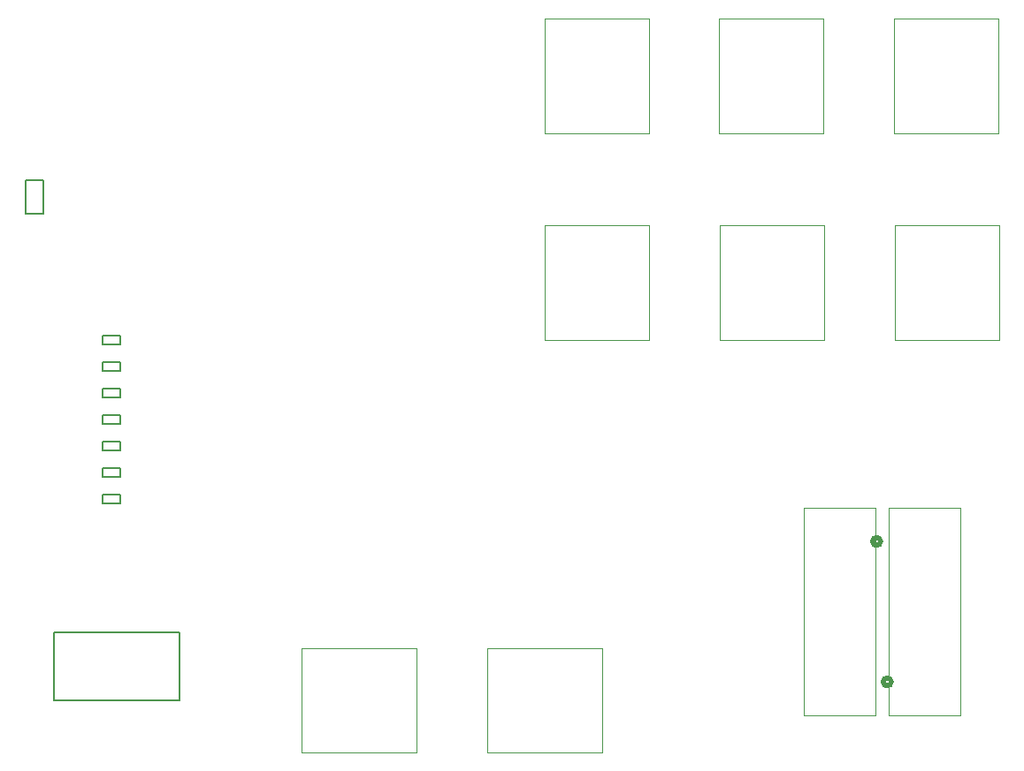
<source format=gbr>
G04*
G04 #@! TF.GenerationSoftware,Altium Limited,Altium Designer,24.1.2 (44)*
G04*
G04 Layer_Color=16711935*
%FSLAX25Y25*%
%MOIN*%
G70*
G04*
G04 #@! TF.SameCoordinates,E3FF4B23-F407-445B-9987-FD0FFFC61A21*
G04*
G04*
G04 #@! TF.FilePolarity,Positive*
G04*
G01*
G75*
%ADD11C,0.02000*%
%ADD12C,0.00787*%
%ADD59C,0.00394*%
%ADD61C,0.00100*%
D11*
X567000Y275000D02*
G03*
X567000Y275000I-1500J0D01*
G01*
X563000Y328000D02*
G03*
X563000Y328000I-1500J0D01*
G01*
D12*
X276394Y342228D02*
Y345772D01*
X269701D02*
X276394D01*
X269701Y342228D02*
Y345772D01*
Y342228D02*
X276394D01*
Y392228D02*
Y395772D01*
X269701D02*
X276394D01*
X269701Y392228D02*
Y395772D01*
Y392228D02*
X276394D01*
Y382228D02*
Y385772D01*
X269701D02*
X276394D01*
X269701Y382228D02*
Y385772D01*
Y382228D02*
X276394D01*
X276299Y372228D02*
Y375772D01*
X269606D02*
X276299D01*
X269606Y372228D02*
Y375772D01*
Y372228D02*
X276299D01*
Y362228D02*
Y365772D01*
X269606D02*
X276299D01*
X269606Y362228D02*
Y365772D01*
Y362228D02*
X276299D01*
Y352228D02*
Y355772D01*
X269606D02*
X276299D01*
X269606Y352228D02*
Y355772D01*
Y352228D02*
X276299D01*
Y402228D02*
Y405772D01*
X269606D02*
X276299D01*
X269606Y402228D02*
Y405772D01*
Y402228D02*
X276299D01*
X240653Y451701D02*
X247346D01*
Y464299D01*
X240653D02*
X247346D01*
X240653Y451701D02*
Y464299D01*
X251535Y268094D02*
Y293685D01*
Y268094D02*
X298780D01*
Y293685D01*
X251535D02*
X298780D01*
D59*
X568472Y403905D02*
X607842D01*
Y447213D01*
X568472D02*
X607842D01*
X568472Y403905D02*
Y447213D01*
X502315Y403905D02*
X541685D01*
Y447213D01*
X502315D02*
X541685D01*
X502315Y403905D02*
Y447213D01*
X436315Y403905D02*
X475685D01*
Y447213D01*
X436315D02*
X475685D01*
X436315Y403905D02*
Y447213D01*
X568157Y481906D02*
X607528D01*
Y525213D01*
X568157D02*
X607528D01*
X568157Y481906D02*
Y525213D01*
X502157Y481906D02*
X541528D01*
Y525213D01*
X502157D02*
X541528D01*
X502157Y481906D02*
Y525213D01*
X436472Y481906D02*
X475843D01*
Y525213D01*
X436472D02*
X475843D01*
X436472Y481906D02*
Y525213D01*
X458095Y248472D02*
Y287842D01*
X414787D02*
X458095D01*
X414787Y248472D02*
Y287842D01*
Y248472D02*
X458095D01*
X388094D02*
Y287842D01*
X344787D02*
X388094D01*
X344787Y248472D02*
Y287842D01*
Y248472D02*
X388094D01*
D61*
X593000Y262250D02*
Y340750D01*
X566000D02*
X593000D01*
X566000Y262250D02*
Y340750D01*
Y262250D02*
X593000D01*
X534000D02*
Y340750D01*
Y262250D02*
X561000D01*
Y340750D01*
X534000D02*
X561000D01*
M02*

</source>
